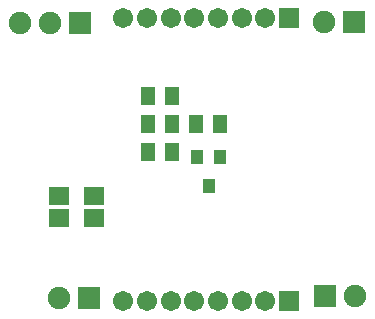
<source format=gbs>
G04*
G04 #@! TF.GenerationSoftware,Altium Limited,Altium Designer,21.4.1 (30)*
G04*
G04 Layer_Color=16711935*
%FSLAX44Y44*%
%MOMM*%
G71*
G04*
G04 #@! TF.SameCoordinates,1B399950-D3B7-4EFA-8D0F-ABCAEF693611*
G04*
G04*
G04 #@! TF.FilePolarity,Negative*
G04*
G01*
G75*
%ADD23C,1.9032*%
%ADD24R,1.9032X1.9032*%
%ADD25C,1.7032*%
%ADD26R,1.7032X1.7032*%
%ADD37R,1.2032X1.5532*%
%ADD38R,1.6532X1.5032*%
%ADD39R,1.0032X1.2032*%
D23*
X333750Y29500D02*
D03*
X75270Y260020D02*
D03*
X49870D02*
D03*
X82600Y28000D02*
D03*
X307500Y261500D02*
D03*
D24*
X308350Y29500D02*
D03*
X100670Y260020D02*
D03*
X108000Y28000D02*
D03*
X332900Y261500D02*
D03*
D25*
X137250Y24750D02*
D03*
X157250D02*
D03*
X177250D02*
D03*
X257250D02*
D03*
X237250D02*
D03*
X217250D02*
D03*
X197250D02*
D03*
X137250Y264750D02*
D03*
X157250D02*
D03*
X177250D02*
D03*
X257250D02*
D03*
X237250D02*
D03*
X217250D02*
D03*
X197250D02*
D03*
D26*
X277250Y24750D02*
D03*
Y264750D02*
D03*
D37*
X178250Y151000D02*
D03*
X157710D02*
D03*
X157750Y175250D02*
D03*
X178290D02*
D03*
X219270D02*
D03*
X198730D02*
D03*
X178250Y198750D02*
D03*
X157710D02*
D03*
D38*
X82750Y113770D02*
D03*
Y95230D02*
D03*
X112750Y113770D02*
D03*
Y95230D02*
D03*
D39*
X209500Y122000D02*
D03*
X199750Y147000D02*
D03*
X219250D02*
D03*
M02*

</source>
